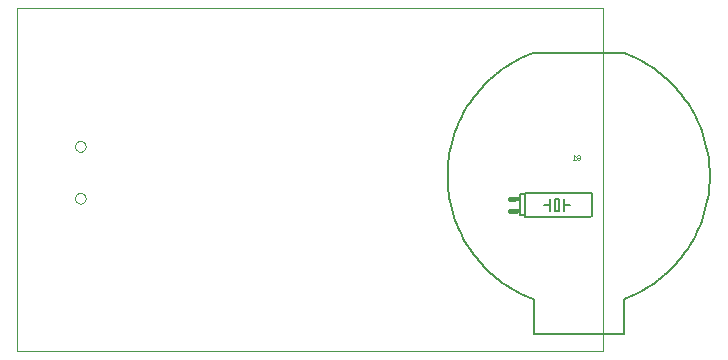
<source format=gbo>
G75*
%MOIN*%
%OFA0B0*%
%FSLAX24Y24*%
%IPPOS*%
%LPD*%
%AMOC8*
5,1,8,0,0,1.08239X$1,22.5*
%
%ADD10C,0.0000*%
%ADD11C,0.0060*%
%ADD12C,0.0160*%
%ADD13R,0.0230X0.0160*%
%ADD14C,0.0080*%
%ADD15C,0.0010*%
D10*
X000352Y000270D02*
X000352Y011716D01*
X019882Y011716D01*
X019882Y000270D01*
X000352Y000270D01*
X002275Y005374D02*
X002277Y005400D01*
X002283Y005426D01*
X002293Y005451D01*
X002306Y005474D01*
X002322Y005494D01*
X002342Y005512D01*
X002364Y005527D01*
X002387Y005539D01*
X002413Y005547D01*
X002439Y005551D01*
X002465Y005551D01*
X002491Y005547D01*
X002517Y005539D01*
X002541Y005527D01*
X002562Y005512D01*
X002582Y005494D01*
X002598Y005474D01*
X002611Y005451D01*
X002621Y005426D01*
X002627Y005400D01*
X002629Y005374D01*
X002627Y005348D01*
X002621Y005322D01*
X002611Y005297D01*
X002598Y005274D01*
X002582Y005254D01*
X002562Y005236D01*
X002540Y005221D01*
X002517Y005209D01*
X002491Y005201D01*
X002465Y005197D01*
X002439Y005197D01*
X002413Y005201D01*
X002387Y005209D01*
X002363Y005221D01*
X002342Y005236D01*
X002322Y005254D01*
X002306Y005274D01*
X002293Y005297D01*
X002283Y005322D01*
X002277Y005348D01*
X002275Y005374D01*
X002275Y007106D02*
X002277Y007132D01*
X002283Y007158D01*
X002293Y007183D01*
X002306Y007206D01*
X002322Y007226D01*
X002342Y007244D01*
X002364Y007259D01*
X002387Y007271D01*
X002413Y007279D01*
X002439Y007283D01*
X002465Y007283D01*
X002491Y007279D01*
X002517Y007271D01*
X002541Y007259D01*
X002562Y007244D01*
X002582Y007226D01*
X002598Y007206D01*
X002611Y007183D01*
X002621Y007158D01*
X002627Y007132D01*
X002629Y007106D01*
X002627Y007080D01*
X002621Y007054D01*
X002611Y007029D01*
X002598Y007006D01*
X002582Y006986D01*
X002562Y006968D01*
X002540Y006953D01*
X002517Y006941D01*
X002491Y006933D01*
X002465Y006929D01*
X002439Y006929D01*
X002413Y006933D01*
X002387Y006941D01*
X002363Y006953D01*
X002342Y006968D01*
X002322Y006986D01*
X002306Y007006D01*
X002293Y007029D01*
X002283Y007054D01*
X002277Y007080D01*
X002275Y007106D01*
D11*
X017122Y005510D02*
X017122Y004810D01*
X017272Y004810D01*
X017272Y005510D01*
X017272Y005560D01*
X019422Y005560D01*
X019439Y005558D01*
X019456Y005554D01*
X019472Y005547D01*
X019486Y005537D01*
X019499Y005524D01*
X019509Y005510D01*
X019516Y005494D01*
X019520Y005477D01*
X019522Y005460D01*
X019522Y004860D01*
X019520Y004843D01*
X019516Y004826D01*
X019509Y004810D01*
X019499Y004796D01*
X019486Y004783D01*
X019472Y004773D01*
X019456Y004766D01*
X019439Y004762D01*
X019422Y004760D01*
X017272Y004760D01*
X017272Y004810D01*
X017922Y005160D02*
X018122Y005160D01*
X018122Y005360D01*
X018272Y005360D02*
X018422Y005360D01*
X018422Y004960D01*
X018272Y004960D01*
X018272Y005360D01*
X018572Y005360D02*
X018572Y005160D01*
X018772Y005160D01*
X018572Y005160D02*
X018572Y004960D01*
X018122Y004960D02*
X018122Y005160D01*
X017272Y005510D02*
X017122Y005510D01*
D12*
X016922Y005360D02*
X016772Y005360D01*
X016772Y004960D02*
X016972Y004960D01*
D13*
X016987Y004960D03*
X016987Y005360D03*
D14*
X020558Y002009D02*
X020681Y002056D01*
X020803Y002107D01*
X020923Y002161D01*
X021041Y002219D01*
X021158Y002281D01*
X021272Y002346D01*
X021385Y002414D01*
X021496Y002486D01*
X021604Y002561D01*
X021710Y002640D01*
X021814Y002721D01*
X021915Y002806D01*
X022013Y002894D01*
X022109Y002984D01*
X022202Y003078D01*
X022293Y003174D01*
X022380Y003273D01*
X022464Y003374D01*
X022545Y003478D01*
X022623Y003584D01*
X022698Y003693D01*
X022769Y003804D01*
X022837Y003917D01*
X022902Y004032D01*
X022963Y004149D01*
X023021Y004267D01*
X023075Y004387D01*
X023125Y004509D01*
X023172Y004633D01*
X023215Y004757D01*
X023254Y004883D01*
X023289Y005010D01*
X023321Y005138D01*
X023348Y005267D01*
X023372Y005397D01*
X023392Y005527D01*
X023408Y005658D01*
X023420Y005790D01*
X023428Y005921D01*
X023432Y006053D01*
X023432Y006185D01*
X023428Y006317D01*
X023420Y006448D01*
X023408Y006580D01*
X023392Y006711D01*
X023372Y006841D01*
X023348Y006971D01*
X023321Y007100D01*
X023289Y007228D01*
X023254Y007355D01*
X023215Y007481D01*
X023172Y007605D01*
X023125Y007729D01*
X023075Y007851D01*
X023021Y007971D01*
X022963Y008089D01*
X022902Y008206D01*
X022837Y008321D01*
X022769Y008434D01*
X022698Y008545D01*
X022623Y008654D01*
X022545Y008760D01*
X022464Y008864D01*
X022380Y008965D01*
X022293Y009064D01*
X022202Y009160D01*
X022109Y009254D01*
X022013Y009344D01*
X021915Y009432D01*
X021814Y009517D01*
X021710Y009598D01*
X021604Y009677D01*
X021496Y009752D01*
X021385Y009824D01*
X021272Y009892D01*
X021158Y009957D01*
X021041Y010019D01*
X020923Y010077D01*
X020803Y010131D01*
X020681Y010182D01*
X020558Y010229D01*
X020558Y010230D02*
X017566Y010230D01*
X017566Y010229D02*
X017443Y010182D01*
X017321Y010131D01*
X017201Y010077D01*
X017083Y010019D01*
X016966Y009957D01*
X016852Y009892D01*
X016739Y009824D01*
X016628Y009752D01*
X016520Y009677D01*
X016414Y009598D01*
X016310Y009517D01*
X016209Y009432D01*
X016111Y009344D01*
X016015Y009254D01*
X015922Y009160D01*
X015831Y009064D01*
X015744Y008965D01*
X015660Y008864D01*
X015579Y008760D01*
X015501Y008654D01*
X015426Y008545D01*
X015355Y008434D01*
X015287Y008321D01*
X015222Y008206D01*
X015161Y008089D01*
X015103Y007971D01*
X015049Y007851D01*
X014999Y007729D01*
X014952Y007605D01*
X014909Y007481D01*
X014870Y007355D01*
X014835Y007228D01*
X014803Y007100D01*
X014776Y006971D01*
X014752Y006841D01*
X014732Y006711D01*
X014716Y006580D01*
X014704Y006448D01*
X014696Y006317D01*
X014692Y006185D01*
X014692Y006053D01*
X014696Y005921D01*
X014704Y005790D01*
X014716Y005658D01*
X014732Y005527D01*
X014752Y005397D01*
X014776Y005267D01*
X014803Y005138D01*
X014835Y005010D01*
X014870Y004883D01*
X014909Y004757D01*
X014952Y004633D01*
X014999Y004509D01*
X015049Y004387D01*
X015103Y004267D01*
X015161Y004149D01*
X015222Y004032D01*
X015287Y003917D01*
X015355Y003804D01*
X015426Y003693D01*
X015501Y003584D01*
X015579Y003478D01*
X015660Y003374D01*
X015744Y003273D01*
X015831Y003174D01*
X015922Y003078D01*
X016015Y002984D01*
X016111Y002894D01*
X016209Y002806D01*
X016310Y002721D01*
X016414Y002640D01*
X016520Y002561D01*
X016628Y002486D01*
X016739Y002414D01*
X016852Y002346D01*
X016966Y002281D01*
X017083Y002219D01*
X017201Y002161D01*
X017321Y002107D01*
X017443Y002056D01*
X017566Y002009D01*
X017566Y000836D01*
X020558Y000836D01*
X020558Y002009D01*
D15*
X019085Y006655D02*
X019035Y006655D01*
X019010Y006680D01*
X019010Y006730D01*
X019060Y006730D01*
X019010Y006780D02*
X019035Y006805D01*
X019085Y006805D01*
X019110Y006780D01*
X019110Y006680D01*
X019085Y006655D01*
X018963Y006655D02*
X018863Y006655D01*
X018913Y006655D02*
X018913Y006805D01*
X018963Y006755D01*
M02*

</source>
